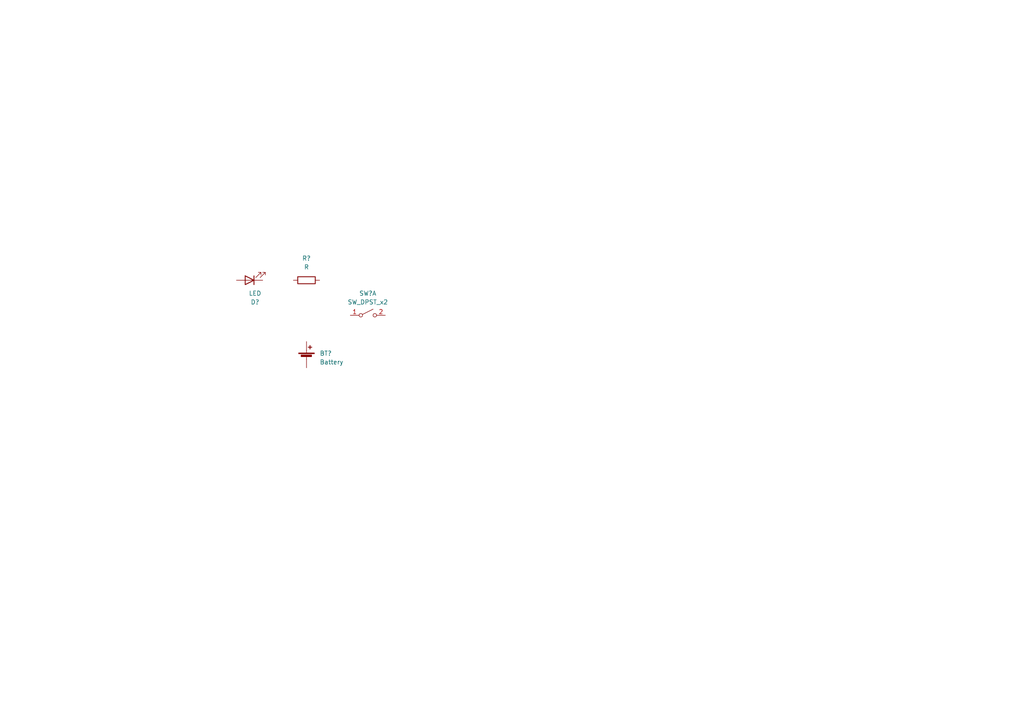
<source format=kicad_sch>
(kicad_sch (version 20211123) (generator eeschema)
  (paper "A4")
  (title_block (title "LED Torch") (date "2021-11-28") (company "eUI Digit Lab") (comment 1 "Piotr Nowak"))
  (lib_symbols
    (symbol "Device:Battery_Cell" (pin_numbers hide) (pin_names (offset 0) hide)
      (property "Reference" "BT" (at 2.54 2.54 0))
      (property "Value" "Battery_Cell" (at 2.54 0 0))
      (symbol "Battery_Cell_0_1"
        (rectangle (start -2.286 1.778) (end 2.286 1.524) (fill (type outline)))
        (rectangle (start -1.5748 1.1938) (end 1.4732 0.6858) (fill (type outline)))
        (polyline (pts (xy 0 0.762) (xy 0 0)))
        (polyline (pts (xy 0 1.778) (xy 0 2.54)))
        (polyline (pts (xy 0.508 3.429) (xy 1.524 3.429)) (stroke (width 0.254)))
        (polyline (pts (xy 1.016 3.937) (xy 1.016 2.921)) (stroke (width 0.254)))
      )
      (symbol "Battery_Cell_1_1"
        (pin passive line (at 0 5.08 270) (length 2.54) (name "+") (number "1"))
        (pin passive line (at 0 -2.54 90) (length 2.54) (name "-") (number "2"))
      )
    )
    (symbol "Device:LED" (pin_numbers hide) (pin_names (offset 1.016) hide)
      (property "Reference" "D" (at 0 2.54 0))
      (property "Value" "LED" (at 0 -2.54 0))
      (symbol "LED_0_1"
        (polyline (pts (xy -1.27 -1.27) (xy -1.27 1.27)) (stroke (width 0.254)))
        (polyline (pts (xy -1.27 0) (xy 1.27 0)))
        (polyline (pts (xy 1.27 -1.27) (xy 1.27 1.27) (xy -1.27 0) (xy 1.27 -1.27)) (stroke (width 0.254)))
        (polyline (pts (xy -3.048 -0.762) (xy -4.572 -2.286) (xy -3.81 -2.286) (xy -4.572 -2.286) (xy -4.572 -1.524)))
        (polyline (pts (xy -1.778 -0.762) (xy -3.302 -2.286) (xy -2.54 -2.286) (xy -3.302 -2.286) (xy -3.302 -1.524)))
      )
      (symbol "LED_1_1"
        (pin passive line (at -3.81 0 0) (length 2.54) (name "K") (number "1"))
        (pin passive line (at 3.81 0 180) (length 2.54) (name "A") (number "2"))
      )
    )
    (symbol "Device:R" (pin_numbers hide) (pin_names (offset 0))
      (property "Reference" "R" (at 2.032 0 90))
      (property "Value" "R" (at 0 0 90))
      (symbol "R_0_1"
        (rectangle (start -1.016 -2.54) (end 1.016 2.54) (stroke (width 0.254)))
      )
      (symbol "R_1_1"
        (pin passive line (at 0 3.81 270) (length 1.27) (name "~") (number "1"))
        (pin passive line (at 0 -3.81 90) (length 1.27) (name "~") (number "2"))
      )
    )
    (symbol "Switch:SW_DPST_x2" (pin_names (offset 0) hide)
      (property "Reference" "SW" (at 0 3.175 0))
      (property "Value" "SW_DPST_x2" (at 0 -2.54 0))
      (symbol "SW_DPST_x2_0_0"
        (circle (center -2.032 0) (radius 0.508))
        (polyline (pts (xy -1.524 0.254) (xy 1.524 1.778)))
        (circle (center 2.032 0) (radius 0.508))
      )
      (symbol "SW_DPST_x2_1_1"
        (pin passive line (at -5.08 0 0) (length 2.54) (name "A") (number "1"))
        (pin passive line (at 5.08 0 180) (length 2.54) (name "B") (number "2"))
      )
      (symbol "SW_DPST_x2_2_1"
        (pin passive line (at -5.08 0 0) (length 2.54) (name "A") (number "3"))
        (pin passive line (at 5.08 0 180) (length 2.54) (name "B") (number "4"))
      )
    )
  )
  (symbol (lib_id "Device:Battery_Cell") (at 88.9 104.14 0) (unit 1)
    (property "Reference" "BT?" (at 92.71 102.4889 0) (effects (justify left)))
    (property "Value" "Battery" (at 92.71 105.0289 0) (effects (justify left)))
  )
  (symbol (lib_id "Device:LED") (at 72.39 81.28 180) (unit 1)
    (property "Reference" "D?" (at 73.9775 87.63 0))
    (property "Value" "LED" (at 73.9775 85.09 0))
  )
  (symbol (lib_id "Device:R") (at 88.9 81.28 270) (unit 1)
    (property "Reference" "R?" (at 88.9 74.93 90))
    (property "Value" "R" (at 88.9 77.47 90))
  )
  (symbol (lib_id "Switch:SW_DPST_x2") (at 106.68 91.44 0) (unit 1)
    (property "Reference" "SW?" (at 106.68 85.09 0))
    (property "Value" "SW_DPST_x2" (at 106.68 87.63 0))
  )
)
</source>
